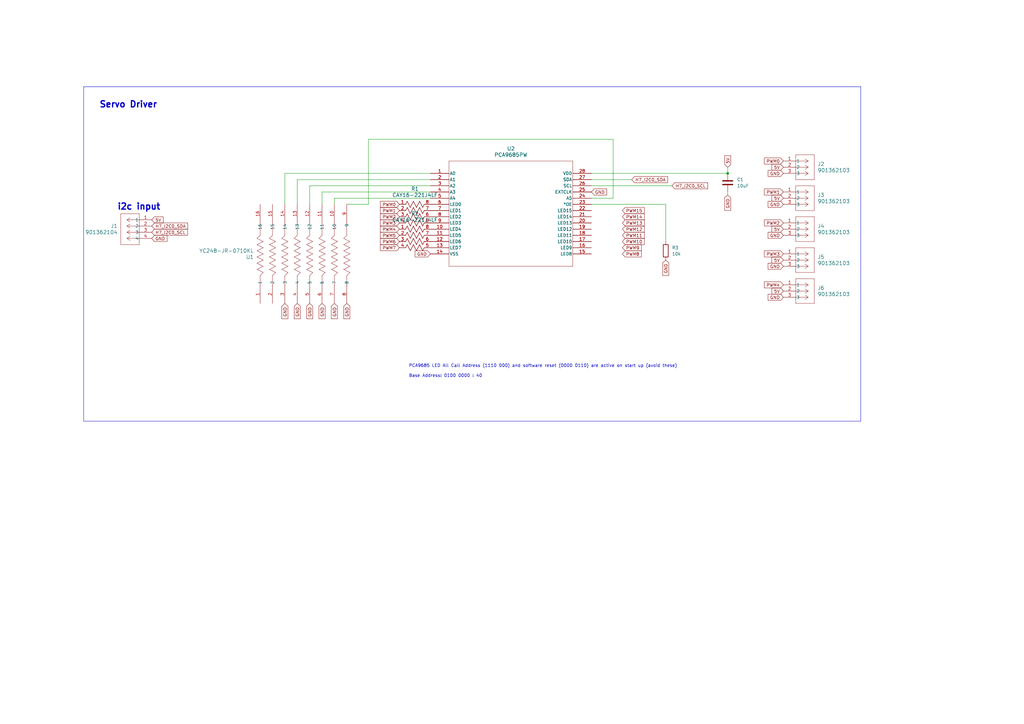
<source format=kicad_sch>
(kicad_sch (version 20231120) (generator "eeschema") (generator_version "8.0")
  (paper "A3")
  (lib_symbols
    (symbol "CAY16_221J4LF:CAY16-221J4LF" (pin_names (offset 0.254))
      (property "Reference" "R" (at 7.62 2.54 0))
      (property "Value" "CAY16-221J4LF" (at 5.08 -10.16 0))
      (symbol "CAY16-221J4LF_0_1"
        (polyline (pts (xy 2.54 -7.62) (xy 3.175 -6.35)) (stroke (width 0.2032)))
        (polyline (pts (xy 2.54 -5.08) (xy 3.175 -3.81)) (stroke (width 0.2032)))
        (polyline (pts (xy 2.54 -2.54) (xy 3.175 -1.27)) (stroke (width 0.2032)))
        (polyline (pts (xy 2.54 0) (xy 3.175 1.27)) (stroke (width 0.2032)))
        (polyline (pts (xy 3.175 -6.35) (xy 4.445 -8.89)) (stroke (width 0.2032)))
        (polyline (pts (xy 3.175 -3.81) (xy 4.445 -6.35)) (stroke (width 0.2032)))
        (polyline (pts (xy 3.175 -1.27) (xy 4.445 -3.81)) (stroke (width 0.2032)))
        (polyline (pts (xy 3.175 1.27) (xy 4.445 -1.27)) (stroke (width 0.2032)))
        (polyline (pts (xy 4.445 -8.89) (xy 5.715 -6.35)) (stroke (width 0.2032)))
        (polyline (pts (xy 4.445 -6.35) (xy 5.715 -3.81)) (stroke (width 0.2032)))
        (polyline (pts (xy 4.445 -3.81) (xy 5.715 -1.27)) (stroke (width 0.2032)))
        (polyline (pts (xy 4.445 -1.27) (xy 5.715 1.27)) (stroke (width 0.2032)))
        (polyline (pts (xy 5.715 -6.35) (xy 6.985 -8.89)) (stroke (width 0.2032)))
        (polyline (pts (xy 5.715 -3.81) (xy 6.985 -6.35)) (stroke (width 0.2032)))
        (polyline (pts (xy 5.715 -1.27) (xy 6.985 -3.81)) (stroke (width 0.2032)))
        (polyline (pts (xy 5.715 1.27) (xy 6.985 -1.27)) (stroke (width 0.2032)))
        (polyline (pts (xy 6.985 -8.89) (xy 8.255 -6.35)) (stroke (width 0.2032)))
        (polyline (pts (xy 6.985 -6.35) (xy 8.255 -3.81)) (stroke (width 0.2032)))
        (polyline (pts (xy 6.985 -3.81) (xy 8.255 -1.27)) (stroke (width 0.2032)))
        (polyline (pts (xy 6.985 -1.27) (xy 8.255 1.27)) (stroke (width 0.2032)))
        (polyline (pts (xy 8.255 -6.35) (xy 9.525 -8.89)) (stroke (width 0.2032)))
        (polyline (pts (xy 8.255 -3.81) (xy 9.525 -6.35)) (stroke (width 0.2032)))
        (polyline (pts (xy 8.255 -1.27) (xy 9.525 -3.81)) (stroke (width 0.2032)))
        (polyline (pts (xy 8.255 1.27) (xy 9.525 -1.27)) (stroke (width 0.2032)))
        (polyline (pts (xy 9.525 -8.89) (xy 10.16 -7.62)) (stroke (width 0.2032)))
        (polyline (pts (xy 9.525 -6.35) (xy 10.16 -5.08)) (stroke (width 0.2032)))
        (polyline (pts (xy 9.525 -3.81) (xy 10.16 -2.54)) (stroke (width 0.2032)))
        (polyline (pts (xy 9.525 -1.27) (xy 10.16 0)) (stroke (width 0.2032)))
        (pin unspecified line (at 0 0 0) (length 2.54) (name "") (number "1"))
        (pin unspecified line (at 0 -2.54 0) (length 2.54) (name "") (number "2"))
        (pin unspecified line (at 0 -5.08 0) (length 2.54) (name "") (number "3"))
        (pin unspecified line (at 0 -7.62 0) (length 2.54) (name "") (number "4"))
        (pin unspecified line (at 12.7 -7.62 180) (length 2.54) (name "") (number "5"))
        (pin unspecified line (at 12.7 -5.08 180) (length 2.54) (name "") (number "6"))
        (pin unspecified line (at 12.7 -2.54 180) (length 2.54) (name "") (number "7"))
        (pin unspecified line (at 12.7 0 180) (length 2.54) (name "") (number "8"))
      )
    )
    (symbol "Device:C" (pin_numbers hide) (pin_names (offset 0.254))
      (property "Reference" "C" (at 0.635 2.54 0))
      (property "Value" "C" (at 0.635 -2.54 0))
      (symbol "C_0_1"
        (polyline (pts (xy -2.032 -0.762) (xy 2.032 -0.762)) (stroke (width 0.508)))
        (polyline (pts (xy -2.032 0.762) (xy 2.032 0.762)) (stroke (width 0.508)))
      )
      (symbol "C_1_1"
        (pin passive line (at 0 3.81 270) (length 2.794) (name "~") (number "1"))
        (pin passive line (at 0 -3.81 90) (length 2.794) (name "~") (number "2"))
      )
    )
    (symbol "Device:R" (pin_numbers hide) (pin_names (offset 0))
      (property "Reference" "R" (at 2.032 0 90))
      (property "Value" "R" (at 0 0 90))
      (symbol "R_0_1"
        (rectangle (start -1.016 -2.54) (end 1.016 2.54) (stroke (width 0.254)))
      )
      (symbol "R_1_1"
        (pin passive line (at 0 3.81 270) (length 1.27) (name "~") (number "1"))
        (pin passive line (at 0 -3.81 90) (length 1.27) (name "~") (number "2"))
      )
    )
    (symbol "PCA9685PW:PCA9685PW" (pin_names (offset 0.254))
      (property "Reference" "U" (at 33.02 10.16 0))
      (property "Value" "PCA9685PW" (at 33.02 7.62 0))
      (symbol "PCA9685PW_0_1"
        (polyline (pts (xy 7.62 -38.1) (xy 58.42 -38.1)) (stroke (width 0.127)))
        (polyline (pts (xy 7.62 5.08) (xy 7.62 -38.1)) (stroke (width 0.127)))
        (polyline (pts (xy 58.42 -38.1) (xy 58.42 5.08)) (stroke (width 0.127)))
        (polyline (pts (xy 58.42 5.08) (xy 7.62 5.08)) (stroke (width 0.127)))
        (pin unspecified line (at 0 0 0) (length 7.62) (name "A0") (number "1"))
        (pin unspecified line (at 0 -22.86 0) (length 7.62) (name "LED4") (number "10"))
        (pin unspecified line (at 0 -25.4 0) (length 7.62) (name "LED5") (number "11"))
        (pin unspecified line (at 0 -27.94 0) (length 7.62) (name "LED6") (number "12"))
        (pin unspecified line (at 0 -30.48 0) (length 7.62) (name "LED7") (number "13"))
        (pin unspecified line (at 0 -33.02 0) (length 7.62) (name "VSS") (number "14"))
        (pin unspecified line (at 66.04 -33.02 180) (length 7.62) (name "LED8") (number "15"))
        (pin unspecified line (at 66.04 -30.48 180) (length 7.62) (name "LED9") (number "16"))
        (pin unspecified line (at 66.04 -27.94 180) (length 7.62) (name "LED10") (number "17"))
        (pin unspecified line (at 66.04 -25.4 180) (length 7.62) (name "LED11") (number "18"))
        (pin unspecified line (at 66.04 -22.86 180) (length 7.62) (name "LED12") (number "19"))
        (pin unspecified line (at 0 -2.54 0) (length 7.62) (name "A1") (number "2"))
        (pin unspecified line (at 66.04 -20.32 180) (length 7.62) (name "LED13") (number "20"))
        (pin unspecified line (at 66.04 -17.78 180) (length 7.62) (name "LED14") (number "21"))
        (pin unspecified line (at 66.04 -15.24 180) (length 7.62) (name "LED15") (number "22"))
        (pin unspecified line (at 66.04 -12.7 180) (length 7.62) (name "*OE") (number "23"))
        (pin unspecified line (at 66.04 -10.16 180) (length 7.62) (name "A5") (number "24"))
        (pin unspecified line (at 66.04 -7.62 180) (length 7.62) (name "EXTCLK") (number "25"))
        (pin unspecified line (at 66.04 -5.08 180) (length 7.62) (name "SCL") (number "26"))
        (pin unspecified line (at 66.04 -2.54 180) (length 7.62) (name "SDA") (number "27"))
        (pin unspecified line (at 66.04 0 180) (length 7.62) (name "VDD") (number "28"))
        (pin unspecified line (at 0 -5.08 0) (length 7.62) (name "A2") (number "3"))
        (pin unspecified line (at 0 -7.62 0) (length 7.62) (name "A3") (number "4"))
        (pin unspecified line (at 0 -10.16 0) (length 7.62) (name "A4") (number "5"))
        (pin unspecified line (at 0 -12.7 0) (length 7.62) (name "LED0") (number "6"))
        (pin unspecified line (at 0 -15.24 0) (length 7.62) (name "LED1") (number "7"))
        (pin unspecified line (at 0 -17.78 0) (length 7.62) (name "LED2") (number "8"))
        (pin unspecified line (at 0 -20.32 0) (length 7.62) (name "LED3") (number "9"))
      )
    )
    (symbol "avid_symbols:901362103" (pin_names (offset 0.254))
      (property "Reference" "J" (at 8.89 6.35 0))
      (property "Value" "901362103" (at 0 0 0))
      (symbol "901362103_1_1"
        (polyline (pts (xy 5.08 -7.62) (xy 12.7 -7.62)) (stroke (width 0.127)))
        (polyline (pts (xy 5.08 2.54) (xy 5.08 -7.62)) (stroke (width 0.127)))
        (polyline (pts (xy 10.16 -5.08) (xy 5.08 -5.08)) (stroke (width 0.127)))
        (polyline (pts (xy 10.16 -5.08) (xy 8.89 -5.9267)) (stroke (width 0.127)))
        (polyline (pts (xy 10.16 -5.08) (xy 8.89 -4.2333)) (stroke (width 0.127)))
        (polyline (pts (xy 10.16 -2.54) (xy 5.08 -2.54)) (stroke (width 0.127)))
        (polyline (pts (xy 10.16 -2.54) (xy 8.89 -3.3867)) (stroke (width 0.127)))
        (polyline (pts (xy 10.16 -2.54) (xy 8.89 -1.6933)) (stroke (width 0.127)))
        (polyline (pts (xy 10.16 0) (xy 5.08 0)) (stroke (width 0.127)))
        (polyline (pts (xy 10.16 0) (xy 8.89 -0.8467)) (stroke (width 0.127)))
        (polyline (pts (xy 10.16 0) (xy 8.89 0.8467)) (stroke (width 0.127)))
        (polyline (pts (xy 12.7 -7.62) (xy 12.7 2.54)) (stroke (width 0.127)))
        (polyline (pts (xy 12.7 2.54) (xy 5.08 2.54)) (stroke (width 0.127)))
        (pin unspecified line (at 0 0 0) (length 5.08) (name "1") (number "1"))
        (pin unspecified line (at 0 -2.54 0) (length 5.08) (name "2") (number "2"))
        (pin unspecified line (at 0 -5.08 0) (length 5.08) (name "3") (number "3"))
      )
      (symbol "901362103_1_2"
        (polyline (pts (xy 5.08 -7.62) (xy 12.7 -7.62)) (stroke (width 0.127)))
        (polyline (pts (xy 5.08 2.54) (xy 5.08 -7.62)) (stroke (width 0.127)))
        (polyline (pts (xy 7.62 -5.08) (xy 5.08 -5.08)) (stroke (width 0.127)))
        (polyline (pts (xy 7.62 -5.08) (xy 8.89 -5.9267)) (stroke (width 0.127)))
        (polyline (pts (xy 7.62 -5.08) (xy 8.89 -4.2333)) (stroke (width 0.127)))
        (polyline (pts (xy 7.62 -2.54) (xy 5.08 -2.54)) (stroke (width 0.127)))
        (polyline (pts (xy 7.62 -2.54) (xy 8.89 -3.3867)) (stroke (width 0.127)))
        (polyline (pts (xy 7.62 -2.54) (xy 8.89 -1.6933)) (stroke (width 0.127)))
        (polyline (pts (xy 7.62 0) (xy 5.08 0)) (stroke (width 0.127)))
        (polyline (pts (xy 7.62 0) (xy 8.89 -0.8467)) (stroke (width 0.127)))
        (polyline (pts (xy 7.62 0) (xy 8.89 0.8467)) (stroke (width 0.127)))
        (polyline (pts (xy 12.7 -7.62) (xy 12.7 2.54)) (stroke (width 0.127)))
        (polyline (pts (xy 12.7 2.54) (xy 5.08 2.54)) (stroke (width 0.127)))
        (pin unspecified line (at 0 0 0) (length 5.08) (name "1") (number "1"))
        (pin unspecified line (at 0 -2.54 0) (length 5.08) (name "2") (number "2"))
        (pin unspecified line (at 0 -5.08 0) (length 5.08) (name "3") (number "3"))
      )
    )
    (symbol "avid_symbols:901362104" (pin_names (offset 0.254))
      (property "Reference" "J" (at 8.89 6.35 0))
      (property "Value" "901362104" (at 0 0 0))
      (symbol "901362104_1_1"
        (polyline (pts (xy 5.08 -10.16) (xy 12.7 -10.16)) (stroke (width 0.127)))
        (polyline (pts (xy 5.08 2.54) (xy 5.08 -10.16)) (stroke (width 0.127)))
        (polyline (pts (xy 10.16 -7.62) (xy 5.08 -7.62)) (stroke (width 0.127)))
        (polyline (pts (xy 10.16 -7.62) (xy 8.89 -8.4667)) (stroke (width 0.127)))
        (polyline (pts (xy 10.16 -7.62) (xy 8.89 -6.7733)) (stroke (width 0.127)))
        (polyline (pts (xy 10.16 -5.08) (xy 5.08 -5.08)) (stroke (width 0.127)))
        (polyline (pts (xy 10.16 -5.08) (xy 8.89 -5.9267)) (stroke (width 0.127)))
        (polyline (pts (xy 10.16 -5.08) (xy 8.89 -4.2333)) (stroke (width 0.127)))
        (polyline (pts (xy 10.16 -2.54) (xy 5.08 -2.54)) (stroke (width 0.127)))
        (polyline (pts (xy 10.16 -2.54) (xy 8.89 -3.3867)) (stroke (width 0.127)))
        (polyline (pts (xy 10.16 -2.54) (xy 8.89 -1.6933)) (stroke (width 0.127)))
        (polyline (pts (xy 10.16 0) (xy 5.08 0)) (stroke (width 0.127)))
        (polyline (pts (xy 10.16 0) (xy 8.89 -0.8467)) (stroke (width 0.127)))
        (polyline (pts (xy 10.16 0) (xy 8.89 0.8467)) (stroke (width 0.127)))
        (polyline (pts (xy 12.7 -10.16) (xy 12.7 2.54)) (stroke (width 0.127)))
        (polyline (pts (xy 12.7 2.54) (xy 5.08 2.54)) (stroke (width 0.127)))
        (pin unspecified line (at 0 0 0) (length 5.08) (name "1") (number "1"))
        (pin unspecified line (at 0 -2.54 0) (length 5.08) (name "2") (number "2"))
        (pin unspecified line (at 0 -5.08 0) (length 5.08) (name "3") (number "3"))
        (pin unspecified line (at 0 -7.62 0) (length 5.08) (name "4") (number "4"))
      )
      (symbol "901362104_1_2"
        (polyline (pts (xy 5.08 -10.16) (xy 12.7 -10.16)) (stroke (width 0.127)))
        (polyline (pts (xy 5.08 2.54) (xy 5.08 -10.16)) (stroke (width 0.127)))
        (polyline (pts (xy 7.62 -7.62) (xy 5.08 -7.62)) (stroke (width 0.127)))
        (polyline (pts (xy 7.62 -7.62) (xy 8.89 -8.4667)) (stroke (width 0.127)))
        (polyline (pts (xy 7.62 -7.62) (xy 8.89 -6.7733)) (stroke (width 0.127)))
        (polyline (pts (xy 7.62 -5.08) (xy 5.08 -5.08)) (stroke (width 0.127)))
        (polyline (pts (xy 7.62 -5.08) (xy 8.89 -5.9267)) (stroke (width 0.127)))
        (polyline (pts (xy 7.62 -5.08) (xy 8.89 -4.2333)) (stroke (width 0.127)))
        (polyline (pts (xy 7.62 -2.54) (xy 5.08 -2.54)) (stroke (width 0.127)))
        (polyline (pts (xy 7.62 -2.54) (xy 8.89 -3.3867)) (stroke (width 0.127)))
        (polyline (pts (xy 7.62 -2.54) (xy 8.89 -1.6933)) (stroke (width 0.127)))
        (polyline (pts (xy 7.62 0) (xy 5.08 0)) (stroke (width 0.127)))
        (polyline (pts (xy 7.62 0) (xy 8.89 -0.8467)) (stroke (width 0.127)))
        (polyline (pts (xy 7.62 0) (xy 8.89 0.8467)) (stroke (width 0.127)))
        (polyline (pts (xy 12.7 -10.16) (xy 12.7 2.54)) (stroke (width 0.127)))
        (polyline (pts (xy 12.7 2.54) (xy 5.08 2.54)) (stroke (width 0.127)))
        (pin unspecified line (at 0 0 0) (length 5.08) (name "1") (number "1"))
        (pin unspecified line (at 0 -2.54 0) (length 5.08) (name "2") (number "2"))
        (pin unspecified line (at 0 -5.08 0) (length 5.08) (name "3") (number "3"))
        (pin unspecified line (at 0 -7.62 0) (length 5.08) (name "4") (number "4"))
      )
    )
    (symbol "avid_symbols:YC248-JR-0710KL" (pin_names (offset 0.254))
      (property "Reference" "U" (at 20.32 7.62 0))
      (property "Value" "YC248-JR-0710KL" (at 20.32 5.08 0))
      (symbol "YC248-JR-0710KL_0_1"
        (polyline (pts (xy 11.43 -35.56) (xy 7.62 -35.56)) (stroke (width 0.127)))
        (polyline (pts (xy 11.43 -30.48) (xy 7.62 -30.48)) (stroke (width 0.127)))
        (polyline (pts (xy 11.43 -25.4) (xy 7.62 -25.4)) (stroke (width 0.127)))
        (polyline (pts (xy 11.43 -20.32) (xy 7.62 -20.32)) (stroke (width 0.127)))
        (polyline (pts (xy 11.43 -15.24) (xy 7.62 -15.24)) (stroke (width 0.127)))
        (polyline (pts (xy 11.43 -10.16) (xy 7.62 -10.16)) (stroke (width 0.127)))
        (polyline (pts (xy 11.43 -5.08) (xy 7.62 -5.08)) (stroke (width 0.127)))
        (polyline (pts (xy 11.43 0) (xy 7.62 0)) (stroke (width 0.127)))
        (polyline (pts (xy 12.7 -36.83) (xy 11.43 -35.56)) (stroke (width 0.127)))
        (polyline (pts (xy 12.7 -31.75) (xy 11.43 -30.48)) (stroke (width 0.127)))
        (polyline (pts (xy 12.7 -26.67) (xy 11.43 -25.4)) (stroke (width 0.127)))
        (polyline (pts (xy 12.7 -21.59) (xy 11.43 -20.32)) (stroke (width 0.127)))
        (polyline (pts (xy 12.7 -16.51) (xy 11.43 -15.24)) (stroke (width 0.127)))
        (polyline (pts (xy 12.7 -11.43) (xy 11.43 -10.16)) (stroke (width 0.127)))
        (polyline (pts (xy 12.7 -6.35) (xy 11.43 -5.08)) (stroke (width 0.127)))
        (polyline (pts (xy 12.7 -1.27) (xy 11.43 0)) (stroke (width 0.127)))
        (polyline (pts (xy 13.97 -34.29) (xy 12.7 -36.83)) (stroke (width 0.127)))
        (polyline (pts (xy 13.97 -29.21) (xy 12.7 -31.75)) (stroke (width 0.127)))
        (polyline (pts (xy 13.97 -24.13) (xy 12.7 -26.67)) (stroke (width 0.127)))
        (polyline (pts (xy 13.97 -19.05) (xy 12.7 -21.59)) (stroke (width 0.127)))
        (polyline (pts (xy 13.97 -13.97) (xy 12.7 -16.51)) (stroke (width 0.127)))
        (polyline (pts (xy 13.97 -8.89) (xy 12.7 -11.43)) (stroke (width 0.127)))
        (polyline (pts (xy 13.97 -3.81) (xy 12.7 -6.35)) (stroke (width 0.127)))
        (polyline (pts (xy 13.97 1.27) (xy 12.7 -1.27)) (stroke (width 0.127)))
        (polyline (pts (xy 15.24 -36.83) (xy 13.97 -34.29)) (stroke (width 0.127)))
        (polyline (pts (xy 15.24 -31.75) (xy 13.97 -29.21)) (stroke (width 0.127)))
        (polyline (pts (xy 15.24 -26.67) (xy 13.97 -24.13)) (stroke (width 0.127)))
        (polyline (pts (xy 15.24 -21.59) (xy 13.97 -19.05)) (stroke (width 0.127)))
        (polyline (pts (xy 15.24 -16.51) (xy 13.97 -13.97)) (stroke (width 0.127)))
        (polyline (pts (xy 15.24 -11.43) (xy 13.97 -8.89)) (stroke (width 0.127)))
        (polyline (pts (xy 15.24 -6.35) (xy 13.97 -3.81)) (stroke (width 0.127)))
        (polyline (pts (xy 15.24 -1.27) (xy 13.97 1.27)) (stroke (width 0.127)))
        (polyline (pts (xy 16.51 -34.29) (xy 15.24 -36.83)) (stroke (width 0.127)))
        (polyline (pts (xy 16.51 -29.21) (xy 15.24 -31.75)) (stroke (width 0.127)))
        (polyline (pts (xy 16.51 -24.13) (xy 15.24 -26.67)) (stroke (width 0.127)))
        (polyline (pts (xy 16.51 -19.05) (xy 15.24 -21.59)) (stroke (width 0.127)))
        (polyline (pts (xy 16.51 -13.97) (xy 15.24 -16.51)) (stroke (width 0.127)))
        (polyline (pts (xy 16.51 -8.89) (xy 15.24 -11.43)) (stroke (width 0.127)))
        (polyline (pts (xy 16.51 -3.81) (xy 15.24 -6.35)) (stroke (width 0.127)))
        (polyline (pts (xy 16.51 1.27) (xy 15.24 -1.27)) (stroke (width 0.127)))
        (polyline (pts (xy 17.78 -36.83) (xy 16.51 -34.29)) (stroke (width 0.127)))
        (polyline (pts (xy 17.78 -31.75) (xy 16.51 -29.21)) (stroke (width 0.127)))
        (polyline (pts (xy 17.78 -26.67) (xy 16.51 -24.13)) (stroke (width 0.127)))
        (polyline (pts (xy 17.78 -21.59) (xy 16.51 -19.05)) (stroke (width 0.127)))
        (polyline (pts (xy 17.78 -16.51) (xy 16.51 -13.97)) (stroke (width 0.127)))
        (polyline (pts (xy 17.78 -11.43) (xy 16.51 -8.89)) (stroke (width 0.127)))
        (polyline (pts (xy 17.78 -6.35) (xy 16.51 -3.81)) (stroke (width 0.127)))
        (polyline (pts (xy 17.78 -1.27) (xy 16.51 1.27)) (stroke (width 0.127)))
        (polyline (pts (xy 19.05 -34.29) (xy 17.78 -36.83)) (stroke (width 0.127)))
        (polyline (pts (xy 19.05 -29.21) (xy 17.78 -31.75)) (stroke (width 0.127)))
        (polyline (pts (xy 19.05 -24.13) (xy 17.78 -26.67)) (stroke (width 0.127)))
        (polyline (pts (xy 19.05 -19.05) (xy 17.78 -21.59)) (stroke (width 0.127)))
        (polyline (pts (xy 19.05 -13.97) (xy 17.78 -16.51)) (stroke (width 0.127)))
        (polyline (pts (xy 19.05 -8.89) (xy 17.78 -11.43)) (stroke (width 0.127)))
        (polyline (pts (xy 19.05 -3.81) (xy 17.78 -6.35)) (stroke (width 0.127)))
        (polyline (pts (xy 19.05 1.27) (xy 17.78 -1.27)) (stroke (width 0.127)))
        (polyline (pts (xy 20.32 -36.83) (xy 19.05 -34.29)) (stroke (width 0.127)))
        (polyline (pts (xy 20.32 -36.83) (xy 21.59 -34.29)) (stroke (width 0.127)))
        (polyline (pts (xy 20.32 -31.75) (xy 19.05 -29.21)) (stroke (width 0.127)))
        (polyline (pts (xy 20.32 -31.75) (xy 21.59 -29.21)) (stroke (width 0.127)))
        (polyline (pts (xy 20.32 -26.67) (xy 19.05 -24.13)) (stroke (width 0.127)))
        (polyline (pts (xy 20.32 -26.67) (xy 21.59 -24.13)) (stroke (width 0.127)))
        (polyline (pts (xy 20.32 -21.59) (xy 19.05 -19.05)) (stroke (width 0.127)))
        (polyline (pts (xy 20.32 -21.59) (xy 21.59 -19.05)) (stroke (width 0.127)))
        (polyline (pts (xy 20.32 -16.51) (xy 19.05 -13.97)) (stroke (width 0.127)))
        (polyline (pts (xy 20.32 -16.51) (xy 21.59 -13.97)) (stroke (width 0.127)))
        (polyline (pts (xy 20.32 -11.43) (xy 19.05 -8.89)) (stroke (width 0.127)))
        (polyline (pts (xy 20.32 -11.43) (xy 21.59 -8.89)) (stroke (width 0.127)))
        (polyline (pts (xy 20.32 -6.35) (xy 19.05 -3.81)) (stroke (width 0.127)))
        (polyline (pts (xy 20.32 -6.35) (xy 21.59 -3.81)) (stroke (width 0.127)))
        (polyline (pts (xy 20.32 -1.27) (xy 19.05 1.27)) (stroke (width 0.127)))
        (polyline (pts (xy 20.32 -1.27) (xy 21.59 1.27)) (stroke (width 0.127)))
        (polyline (pts (xy 21.59 -34.29) (xy 22.86 -36.83)) (stroke (width 0.127)))
        (polyline (pts (xy 21.59 -29.21) (xy 22.86 -31.75)) (stroke (width 0.127)))
        (polyline (pts (xy 21.59 -24.13) (xy 22.86 -26.67)) (stroke (width 0.127)))
        (polyline (pts (xy 21.59 -19.05) (xy 22.86 -21.59)) (stroke (width 0.127)))
        (polyline (pts (xy 21.59 -13.97) (xy 22.86 -16.51)) (stroke (width 0.127)))
        (polyline (pts (xy 21.59 -8.89) (xy 22.86 -11.43)) (stroke (width 0.127)))
        (polyline (pts (xy 21.59 -3.81) (xy 22.86 -6.35)) (stroke (width 0.127)))
        (polyline (pts (xy 21.59 1.27) (xy 22.86 -1.27)) (stroke (width 0.127)))
        (polyline (pts (xy 22.86 -36.83) (xy 24.13 -34.29)) (stroke (width 0.127)))
        (polyline (pts (xy 22.86 -31.75) (xy 24.13 -29.21)) (stroke (width 0.127)))
        (polyline (pts (xy 22.86 -26.67) (xy 24.13 -24.13)) (stroke (width 0.127)))
        (polyline (pts (xy 22.86 -21.59) (xy 24.13 -19.05)) (stroke (width 0.127)))
        (polyline (pts (xy 22.86 -16.51) (xy 24.13 -13.97)) (stroke (width 0.127)))
        (polyline (pts (xy 22.86 -11.43) (xy 24.13 -8.89)) (stroke (width 0.127)))
        (polyline (pts (xy 22.86 -6.35) (xy 24.13 -3.81)) (stroke (width 0.127)))
        (polyline (pts (xy 22.86 -1.27) (xy 24.13 1.27)) (stroke (width 0.127)))
        (polyline (pts (xy 24.13 -34.29) (xy 25.4 -36.83)) (stroke (width 0.127)))
        (polyline (pts (xy 24.13 -29.21) (xy 25.4 -31.75)) (stroke (width 0.127)))
        (polyline (pts (xy 24.13 -24.13) (xy 25.4 -26.67)) (stroke (width 0.127)))
        (polyline (pts (xy 24.13 -19.05) (xy 25.4 -21.59)) (stroke (width 0.127)))
        (polyline (pts (xy 24.13 -13.97) (xy 25.4 -16.51)) (stroke (width 0.127)))
        (polyline (pts (xy 24.13 -8.89) (xy 25.4 -11.43)) (stroke (width 0.127)))
        (polyline (pts (xy 24.13 -3.81) (xy 25.4 -6.35)) (stroke (width 0.127)))
        (polyline (pts (xy 24.13 1.27) (xy 25.4 -1.27)) (stroke (width 0.127)))
        (polyline (pts (xy 25.4 -36.83) (xy 26.67 -34.29)) (stroke (width 0.127)))
        (polyline (pts (xy 25.4 -31.75) (xy 26.67 -29.21)) (stroke (width 0.127)))
        (polyline (pts (xy 25.4 -26.67) (xy 26.67 -24.13)) (stroke (width 0.127)))
        (polyline (pts (xy 25.4 -21.59) (xy 26.67 -19.05)) (stroke (width 0.127)))
        (polyline (pts (xy 25.4 -16.51) (xy 26.67 -13.97)) (stroke (width 0.127)))
        (polyline (pts (xy 25.4 -11.43) (xy 26.67 -8.89)) (stroke (width 0.127)))
        (polyline (pts (xy 25.4 -6.35) (xy 26.67 -3.81)) (stroke (width 0.127)))
        (polyline (pts (xy 25.4 -1.27) (xy 26.67 1.27)) (stroke (width 0.127)))
        (polyline (pts (xy 26.67 -34.29) (xy 27.94 -35.56)) (stroke (width 0.127)))
        (polyline (pts (xy 26.67 -29.21) (xy 27.94 -30.48)) (stroke (width 0.127)))
        (polyline (pts (xy 26.67 -24.13) (xy 27.94 -25.4)) (stroke (width 0.127)))
        (polyline (pts (xy 26.67 -19.05) (xy 27.94 -20.32)) (stroke (width 0.127)))
        (polyline (pts (xy 26.67 -13.97) (xy 27.94 -15.24)) (stroke (width 0.127)))
        (polyline (pts (xy 26.67 -8.89) (xy 27.94 -10.16)) (stroke (width 0.127)))
        (polyline (pts (xy 26.67 -3.81) (xy 27.94 -5.08)) (stroke (width 0.127)))
        (polyline (pts (xy 26.67 1.27) (xy 27.94 0)) (stroke (width 0.127)))
        (polyline (pts (xy 27.94 -35.56) (xy 33.02 -35.56)) (stroke (width 0.127)))
        (polyline (pts (xy 27.94 -30.48) (xy 33.02 -30.48)) (stroke (width 0.127)))
        (polyline (pts (xy 27.94 -25.4) (xy 33.02 -25.4)) (stroke (width 0.127)))
        (polyline (pts (xy 27.94 -20.32) (xy 33.02 -20.32)) (stroke (width 0.127)))
        (polyline (pts (xy 27.94 -15.24) (xy 33.02 -15.24)) (stroke (width 0.127)))
        (polyline (pts (xy 27.94 -10.16) (xy 33.02 -10.16)) (stroke (width 0.127)))
        (polyline (pts (xy 27.94 -5.08) (xy 33.02 -5.08)) (stroke (width 0.127)))
        (polyline (pts (xy 27.94 0) (xy 33.02 0)) (stroke (width 0.127)))
        (pin unspecified line (at 0 0 0) (length 7.62) (name "1") (number "1"))
        (pin unspecified line (at 40.64 -30.48 180) (length 7.62) (name "10") (number "10"))
        (pin unspecified line (at 40.64 -25.4 180) (length 7.62) (name "11") (number "11"))
        (pin unspecified line (at 40.64 -20.32 180) (length 7.62) (name "12") (number "12"))
        (pin unspecified line (at 40.64 -15.24 180) (length 7.62) (name "13") (number "13"))
        (pin unspecified line (at 40.64 -10.16 180) (length 7.62) (name "14") (number "14"))
        (pin unspecified line (at 40.64 -5.08 180) (length 7.62) (name "15") (number "15"))
        (pin unspecified line (at 40.64 0 180) (length 7.62) (name "16") (number "16"))
        (pin unspecified line (at 0 -5.08 0) (length 7.62) (name "2") (number "2"))
        (pin unspecified line (at 0 -10.16 0) (length 7.62) (name "3") (number "3"))
        (pin unspecified line (at 0 -15.24 0) (length 7.62) (name "4") (number "4"))
        (pin unspecified line (at 0 -20.32 0) (length 7.62) (name "5") (number "5"))
        (pin unspecified line (at 0 -25.4 0) (length 7.62) (name "6") (number "6"))
        (pin unspecified line (at 0 -30.48 0) (length 7.62) (name "7") (number "7"))
        (pin unspecified line (at 0 -35.56 0) (length 7.62) (name "8") (number "8"))
        (pin unspecified line (at 40.64 -35.56 180) (length 7.62) (name "9") (number "9"))
      )
    )
  )
  (junction (at 298.45 71.12))
  (wire (pts (xy 242.57 81.28) (xy 251.46 81.28)))
  (wire (pts (xy 127 76.2) (xy 127 83.82)))
  (wire (pts (xy 251.46 57.15) (xy 151.13 57.15)))
  (wire (pts (xy 121.92 73.66) (xy 176.53 73.66)))
  (wire (pts (xy 151.13 57.15) (xy 151.13 83.82)))
  (wire (pts (xy 116.84 71.12) (xy 116.84 83.82)))
  (wire (pts (xy 298.45 68.58) (xy 298.45 71.12)))
  (wire (pts (xy 151.13 83.82) (xy 142.24 83.82)))
  (wire (pts (xy 273.05 83.82) (xy 273.05 99.06)))
  (wire (pts (xy 121.92 73.66) (xy 121.92 83.82)))
  (wire (pts (xy 132.08 78.74) (xy 176.53 78.74)))
  (wire (pts (xy 137.16 81.28) (xy 137.16 83.82)))
  (wire (pts (xy 242.57 73.66) (xy 259.08 73.66)))
  (wire (pts (xy 242.57 76.2) (xy 275.59 76.2)))
  (wire (pts (xy 251.46 81.28) (xy 251.46 57.15)))
  (wire (pts (xy 242.57 71.12) (xy 298.45 71.12)))
  (wire (pts (xy 242.57 83.82) (xy 273.05 83.82)))
  (wire (pts (xy 298.45 78.74) (xy 298.45 80.01)))
  (wire (pts (xy 116.84 71.12) (xy 176.53 71.12)))
  (wire (pts (xy 137.16 81.28) (xy 176.53 81.28)))
  (wire (pts (xy 132.08 78.74) (xy 132.08 83.82)))
  (wire (pts (xy 127 76.2) (xy 176.53 76.2)))
  (rectangle (start 34.29 35.56) (end 353.06 172.72))
  (text "PCA9685 LED All Call Address (1110 000) and software reset (0000 0110) are active on start up (avoid these)\n\nBase Address: 0100 0000 : 40" (at 167.64 154.94 0) (effects (font (size 1.27 1.27)) (justify left bottom)))
  (text "Servo Driver" (at 40.64 44.45 0) (effects (font (size 2.54 2.54) (thickness 0.508) (bold yes)) (justify left bottom)))
  (text "i2c input" (at 48.006 86.36 0) (effects (font (size 2.54 2.54) (thickness 0.508) (bold yes)) (justify left bottom)))
  (global_label "H7_I2C0_SDA" (shape input) (at 62.23 92.71 0) (property "Intersheetrefs" "${INTERSHEET_REFS}" (effects (hide yes))))
  (global_label "GND" (shape input) (at 176.53 104.14 180) (property "Intersheetrefs" "${INTERSHEET_REFS}" (effects (hide yes))))
  (global_label "5V" (shape input) (at 62.23 90.17 0) (property "Intersheetrefs" "${INTERSHEET_REFS}" (effects (hide yes))))
  (global_label "PWM13" (shape input) (at 255.27 91.44 0) (property "Intersheetrefs" "${INTERSHEET_REFS}" (effects (hide yes))))
  (global_label "GND" (shape input) (at 273.05 106.68 270) (property "Intersheetrefs" "${INTERSHEET_REFS}" (effects (hide yes))))
  (global_label "PWM4" (shape input) (at 321.31 116.84 180) (property "Intersheetrefs" "${INTERSHEET_REFS}" (effects (hide yes))))
  (global_label "PWM8" (shape input) (at 255.27 104.14 0) (property "Intersheetrefs" "${INTERSHEET_REFS}" (effects (hide yes))))
  (global_label "5V" (shape input) (at 321.31 106.68 180) (property "Intersheetrefs" "${INTERSHEET_REFS}" (effects (hide yes))))
  (global_label "PWM1" (shape input) (at 321.31 78.74 180) (property "Intersheetrefs" "${INTERSHEET_REFS}" (effects (hide yes))))
  (global_label "PWM4" (shape input) (at 163.83 93.98 180) (property "Intersheetrefs" "${INTERSHEET_REFS}" (effects (hide yes))))
  (global_label "GND" (shape input) (at 321.31 83.82 180) (property "Intersheetrefs" "${INTERSHEET_REFS}" (effects (hide yes))))
  (global_label "GND" (shape input) (at 321.31 96.52 180) (property "Intersheetrefs" "${INTERSHEET_REFS}" (effects (hide yes))))
  (global_label "H7_I2C0_SDA" (shape input) (at 259.08 73.66 0) (property "Intersheetrefs" "${INTERSHEET_REFS}" (effects (hide yes))))
  (global_label "PWM7" (shape input) (at 163.83 101.6 180) (property "Intersheetrefs" "${INTERSHEET_REFS}" (effects (hide yes))))
  (global_label "GND" (shape input) (at 121.92 124.46 270) (property "Intersheetrefs" "${INTERSHEET_REFS}" (effects (hide yes))))
  (global_label "PWM2" (shape input) (at 163.83 88.9 180) (property "Intersheetrefs" "${INTERSHEET_REFS}" (effects (hide yes))))
  (global_label "PWM2" (shape input) (at 321.31 91.44 180) (property "Intersheetrefs" "${INTERSHEET_REFS}" (effects (hide yes))))
  (global_label "GND" (shape input) (at 321.31 121.92 180) (property "Intersheetrefs" "${INTERSHEET_REFS}" (effects (hide yes))))
  (global_label "PWM3" (shape input) (at 163.83 91.44 180) (property "Intersheetrefs" "${INTERSHEET_REFS}" (effects (hide yes))))
  (global_label "PWM14" (shape input) (at 255.27 88.9 0) (property "Intersheetrefs" "${INTERSHEET_REFS}" (effects (hide yes))))
  (global_label "GND" (shape input) (at 137.16 124.46 270) (property "Intersheetrefs" "${INTERSHEET_REFS}" (effects (hide yes))))
  (global_label "PWM9" (shape input) (at 255.27 101.6 0) (property "Intersheetrefs" "${INTERSHEET_REFS}" (effects (hide yes))))
  (global_label "PWM0" (shape input) (at 321.31 66.04 180) (property "Intersheetrefs" "${INTERSHEET_REFS}" (effects (hide yes))))
  (global_label "PWM5" (shape input) (at 163.83 96.52 180) (property "Intersheetrefs" "${INTERSHEET_REFS}" (effects (hide yes))))
  (global_label "GND" (shape input) (at 321.31 109.22 180) (property "Intersheetrefs" "${INTERSHEET_REFS}" (effects (hide yes))))
  (global_label "GND" (shape input) (at 242.57 78.74 0) (property "Intersheetrefs" "${INTERSHEET_REFS}" (effects (hide yes))))
  (global_label "PWM11" (shape input) (at 255.27 96.52 0) (property "Intersheetrefs" "${INTERSHEET_REFS}" (effects (hide yes))))
  (global_label "H7_I2C0_SCL" (shape input) (at 62.23 95.25 0) (property "Intersheetrefs" "${INTERSHEET_REFS}" (effects (hide yes))))
  (global_label "PWM15" (shape input) (at 255.27 86.36 0) (property "Intersheetrefs" "${INTERSHEET_REFS}" (effects (hide yes))))
  (global_label "GND" (shape input) (at 127 124.46 270) (property "Intersheetrefs" "${INTERSHEET_REFS}" (effects (hide yes))))
  (global_label "5V" (shape input) (at 321.31 68.58 180) (property "Intersheetrefs" "${INTERSHEET_REFS}" (effects (hide yes))))
  (global_label "H7_I2C0_SCL" (shape input) (at 275.59 76.2 0) (property "Intersheetrefs" "${INTERSHEET_REFS}" (effects (hide yes))))
  (global_label "GND" (shape input) (at 321.31 71.12 180) (property "Intersheetrefs" "${INTERSHEET_REFS}" (effects (hide yes))))
  (global_label "PWM0" (shape input) (at 163.83 83.82 180) (property "Intersheetrefs" "${INTERSHEET_REFS}" (effects (hide yes))))
  (global_label "GND" (shape input) (at 142.24 124.46 270) (property "Intersheetrefs" "${INTERSHEET_REFS}" (effects (hide yes))))
  (global_label "PWM10" (shape input) (at 255.27 99.06 0) (property "Intersheetrefs" "${INTERSHEET_REFS}" (effects (hide yes))))
  (global_label "PWM3" (shape input) (at 321.31 104.14 180) (property "Intersheetrefs" "${INTERSHEET_REFS}" (effects (hide yes))))
  (global_label "5V" (shape input) (at 321.31 93.98 180) (property "Intersheetrefs" "${INTERSHEET_REFS}" (effects (hide yes))))
  (global_label "GND" (shape input) (at 298.45 80.01 270) (property "Intersheetrefs" "${INTERSHEET_REFS}" (effects (hide yes))))
  (global_label "GND" (shape input) (at 132.08 124.46 270) (property "Intersheetrefs" "${INTERSHEET_REFS}" (effects (hide yes))))
  (global_label "PWM1" (shape input) (at 163.83 86.36 180) (property "Intersheetrefs" "${INTERSHEET_REFS}" (effects (hide yes))))
  (global_label "5V" (shape input) (at 321.31 81.28 180) (property "Intersheetrefs" "${INTERSHEET_REFS}" (effects (hide yes))))
  (global_label "5V" (shape input) (at 321.31 119.38 180) (property "Intersheetrefs" "${INTERSHEET_REFS}" (effects (hide yes))))
  (global_label "PWM6" (shape input) (at 163.83 99.06 180) (property "Intersheetrefs" "${INTERSHEET_REFS}" (effects (hide yes))))
  (global_label "GND" (shape input) (at 116.84 124.46 270) (property "Intersheetrefs" "${INTERSHEET_REFS}" (effects (hide yes))))
  (global_label "GND" (shape input) (at 62.23 97.79 0) (property "Intersheetrefs" "${INTERSHEET_REFS}" (effects (hide yes))))
  (global_label "5V" (shape input) (at 298.45 68.58 90) (property "Intersheetrefs" "${INTERSHEET_REFS}" (effects (hide yes))))
  (global_label "PWM12" (shape input) (at 255.27 93.98 0) (property "Intersheetrefs" "${INTERSHEET_REFS}" (effects (hide yes))))
  (symbol (lib_id "CAY16_221J4LF:CAY16-221J4LF") (at 163.83 93.98 0) (unit 1)
    (property "Reference" "R2" (at 170.18 87.63 0) (effects (font (size 1.524 1.524))))
    (property "Value" "CAY16-221J4LF" (at 170.18 90.17 0) (effects (font (size 1.524 1.524))))
    (property "Footprint" "avid_footprints:CAY16_221J4LF" (effects (hide yes)))
    (property "Datasheet" "CAY16-221J4LF" (effects (hide yes)))
  )
  (symbol (lib_id "CAY16_221J4LF:CAY16-221J4LF") (at 163.83 83.82 0) (unit 1)
    (property "Reference" "R1" (at 170.18 77.47 0) (effects (font (size 1.524 1.524))))
    (property "Value" "CAY16-221J4LF" (at 170.18 80.01 0) (effects (font (size 1.524 1.524))))
    (property "Footprint" "avid_footprints:CAY16_221J4LF" (effects (hide yes)))
    (property "Datasheet" "CAY16-221J4LF" (effects (hide yes)))
  )
  (symbol (lib_id "avid_symbols:901362104") (at 62.23 90.17 0) (mirror y) (unit 1)
    (property "Reference" "J1" (at 48.26 92.7099 0) (effects (font (size 1.524 1.524)) (justify left)))
    (property "Value" "901362104" (at 48.26 95.2499 0) (effects (font (size 1.524 1.524)) (justify left)))
    (property "Footprint" "avid_footprints:901362104" (effects (hide yes)))
    (property "Datasheet" "901362104" (effects (hide yes)))
  )
  (symbol (lib_id "Device:C") (at 298.45 74.93 0) (unit 1)
    (property "Reference" "C1" (at 302.26 73.66 0) (effects (justify left)))
    (property "Value" "10uF" (at 302.26 76.2 0) (effects (justify left)))
    (property "Footprint" "Capacitor_SMD:C_1206_3216Metric_Pad1.33x1.80mm_HandSolder" (effects (hide yes)))
  )
  (symbol (lib_id "avid_symbols:901362103") (at 321.31 104.14 0) (unit 1)
    (property "Reference" "J5" (at 335.28 105.4099 0) (effects (font (size 1.524 1.524)) (justify left)))
    (property "Value" "901362103" (at 335.28 107.9499 0) (effects (font (size 1.524 1.524)) (justify left)))
    (property "Footprint" "901362103" (effects (hide yes)))
    (property "Datasheet" "901362103" (effects (hide yes)))
  )
  (symbol (lib_id "avid_symbols:901362103") (at 321.31 91.44 0) (unit 1)
    (property "Reference" "J4" (at 335.28 92.7099 0) (effects (font (size 1.524 1.524)) (justify left)))
    (property "Value" "901362103" (at 335.28 95.2499 0) (effects (font (size 1.524 1.524)) (justify left)))
    (property "Footprint" "901362103" (effects (hide yes)))
    (property "Datasheet" "901362103" (effects (hide yes)))
  )
  (symbol (lib_id "avid_symbols:901362103") (at 321.31 66.04 0) (unit 1)
    (property "Reference" "J2" (at 335.28 67.3099 0) (effects (font (size 1.524 1.524)) (justify left)))
    (property "Value" "901362103" (at 335.28 69.8499 0) (effects (font (size 1.524 1.524)) (justify left)))
    (property "Footprint" "901362103" (effects (hide yes)))
    (property "Datasheet" "901362103" (effects (hide yes)))
  )
  (symbol (lib_id "avid_symbols:901362103") (at 321.31 116.84 0) (unit 1)
    (property "Reference" "J6" (at 335.28 118.1099 0) (effects (font (size 1.524 1.524)) (justify left)))
    (property "Value" "901362103" (at 335.28 120.6499 0) (effects (font (size 1.524 1.524)) (justify left)))
    (property "Footprint" "901362103" (effects (hide yes)))
    (property "Datasheet" "901362103" (effects (hide yes)))
  )
  (symbol (lib_id "avid_symbols:YC248-JR-0710KL") (at 106.68 124.46 90) (unit 1)
    (property "Reference" "U1" (at 104.14 105.4101 90) (effects (font (size 1.524 1.524)) (justify left)))
    (property "Value" "YC248-JR-0710KL" (at 104.14 102.8701 90) (effects (font (size 1.524 1.524)) (justify left)))
    (property "Footprint" "avid_footprints:RES_YC248_4X1P6_YAG" (effects (hide yes)))
    (property "Datasheet" "YC248-JR-0710KL" (effects (hide yes)))
  )
  (symbol (lib_id "avid_symbols:901362103") (at 321.31 78.74 0) (unit 1)
    (property "Reference" "J3" (at 335.28 80.0099 0) (effects (font (size 1.524 1.524)) (justify left)))
    (property "Value" "901362103" (at 335.28 82.5499 0) (effects (font (size 1.524 1.524)) (justify left)))
    (property "Footprint" "901362103" (effects (hide yes)))
    (property "Datasheet" "901362103" (effects (hide yes)))
  )
  (symbol (lib_id "Device:R") (at 273.05 102.87 0) (unit 1)
    (property "Reference" "R3" (at 275.59 101.6 0) (effects (justify left)))
    (property "Value" "10k" (at 275.59 104.14 0) (effects (justify left)))
    (property "Footprint" "Resistor_SMD:R_1206_3216Metric_Pad1.30x1.75mm_HandSolder" (effects (hide yes)))
  )
  (symbol (lib_id "PCA9685PW:PCA9685PW") (at 176.53 71.12 0) (unit 1)
    (property "Reference" "U2" (at 209.55 60.96 0) (effects (font (size 1.524 1.524))))
    (property "Value" "PCA9685PW" (at 209.55 63.5 0) (effects (font (size 1.524 1.524))))
    (property "Footprint" "SOT361-1_NXP" (effects (hide yes)))
    (property "Datasheet" "PCA9685PW" (effects (hide yes)))
  )
)
</source>
